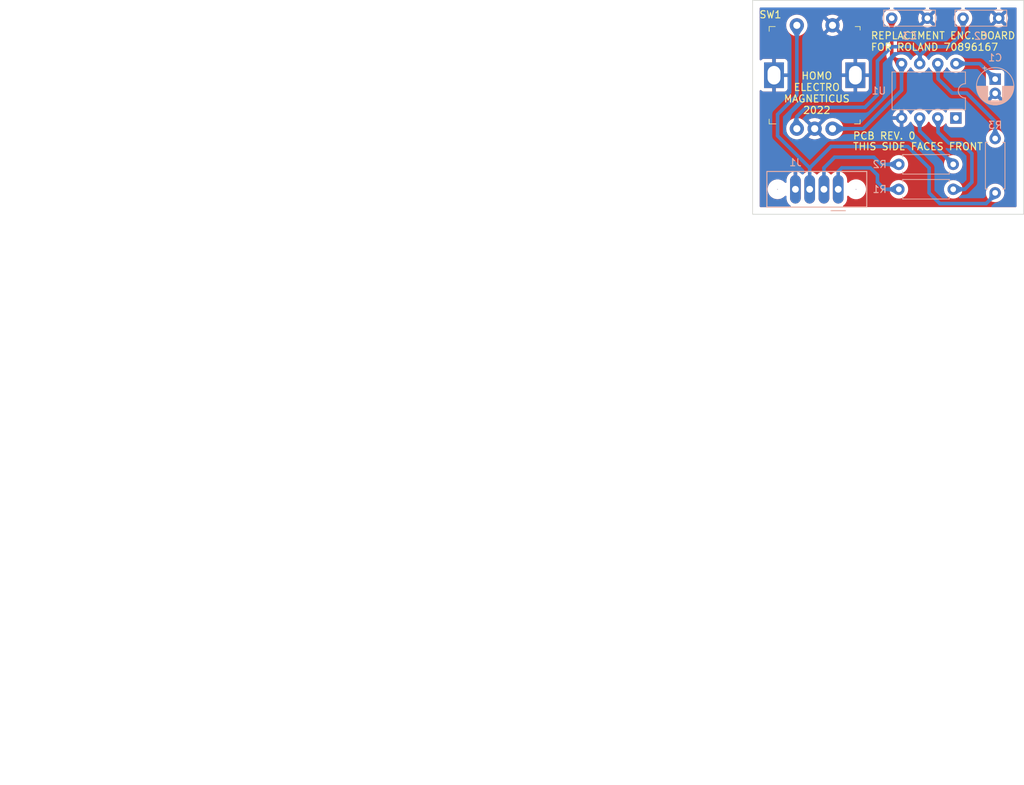
<source format=kicad_pcb>
(kicad_pcb (version 20211014) (generator pcbnew)
  (title_block (title "REPLACEMENT ENC. BOARD FOR ROLAND 70896167") (date "2022-04-09") (rev "0") (company "Homo Electromagneticus"))
  (layers (0 "F.Cu" signal) (31 "B.Cu" signal) (36 "B.SilkS" user "B.Silkscreen") (37 "F.SilkS" user "F.Silkscreen") (38 "B.Mask" user) (39 "F.Mask" user) (44 "Edge.Cuts" user))
  (net 0 "")
  (net 1 "Net-(C1-Pad1)")
  (net 2 "GND")
  (net 3 "/ENC_A_OUT")
  (net 4 "/ENC_B_OUT")
  (net 5 "/SWITCH")
  (net 6 "/ENC_A_IN")
  (net 7 "/ENC_B_IN")
  (net 9 "Net-(J1-Pad1)")
  (net 10 "Net-(J1-Pad2)")
  (net 11 "/SWITCH_IN")
  (footprint "encoders:Rotary_Encoder_Switched_PEC11R" (layer "F.Cu") (at 125 94.5)
    (fp_text reference "SW1" (at -0.5 -8.5) (layer "F.SilkS"))
    (fp_text value "RotaryEncoder_Switch" hide)
    (fp_line (start 12.075 -6.825) (end 12.075 -6.325) (layer "F.SilkS") (width 0.1))
    (fp_line (start 0.275 6.825) (end -0.675 6.825) (layer "F.SilkS") (width 0.1))
    (fp_line (start 11.375 -6.825) (end 12.075 -6.825) (layer "F.SilkS") (width 0.1))
    (fp_line (start 0.175 -6.825) (end -0.675 -6.825) (layer "F.SilkS") (width 0.1))
    (fp_line (start -0.675 -6.825) (end -0.675 -6.15) (layer "F.SilkS") (width 0.1))
    (fp_line (start 12.075 6.825) (end 11.275 6.825) (layer "F.SilkS") (width 0.1))
    (fp_line (start 12.075 6.25) (end 12.075 6.825) (layer "F.SilkS") (width 0.1))
    (fp_line (start -0.675 6.825) (end -0.675 6.15) (layer "F.SilkS") (width 0.1))
    (pad "1" thru_hole circle locked (at 3.2 -7) (size 2 2) (drill 1) (layers *.Cu *.Mask) (net 5 "/SWITCH"))
    (pad "2" thru_hole circle locked (at 8.2 -7) (size 2 2) (drill 1) (layers *.Cu *.Mask) (net 2 "GND"))
    (pad "3" thru_hole rect locked (at 0 0) (size 2.8 3.6) (drill oval 1.8 2.6) (layers *.Cu *.Mask) (net 2 "GND"))
    (pad "3" thru_hole rect locked (at 11.4 0) (size 2.8 3.6) (drill oval 1.8 2.6) (layers *.Cu *.Mask) (net 2 "GND"))
    (pad "A" thru_hole circle locked (at 3.2 7.5) (size 2 2) (drill 1) (layers *.Cu *.Mask) (net 6 "/ENC_A_IN"))
    (pad "B" thru_hole circle locked (at 8.2 7.5) (size 2 2) (drill 1) (layers *.Cu *.Mask) (net 7 "/ENC_B_IN"))
    (pad "C" thru_hole circle locked (at 5.7 7.5) (size 2 2) (drill 1) (layers *.Cu *.Mask) (net 2 "GND"))
  )
  (footprint "Resistor_THT:R_Axial_DIN0207_L6.3mm_D2.5mm_P7.62mm_Horizontal" (layer "B.Cu") (at 142.5 110.5)
    (fp_text reference "R1" (at -2.69 0) (layer "B.SilkS") (effects (justify mirror)))
    (fp_text value "0R")
    (fp_line (start 0.54 -1.04) (end 0.54 -1.37) (layer "B.SilkS") (width 0.12))
    (fp_line (start 0.54 1.04) (end 0.54 1.37) (layer "B.SilkS") (width 0.12))
    (fp_line (start 0.54 1.37) (end 7.08 1.37) (layer "B.SilkS") (width 0.12))
    (fp_line (start 7.08 1.37) (end 7.08 1.04) (layer "B.SilkS") (width 0.12))
    (fp_line (start 0.54 -1.37) (end 7.08 -1.37) (layer "B.SilkS") (width 0.12))
    (fp_line (start 7.08 -1.37) (end 7.08 -1.04) (layer "B.SilkS") (width 0.12))
    (pad "1" thru_hole circle (at 0 0) (size 1.6 1.6) (drill 0.8) (layers *.Cu *.Mask) (net 9 "Net-(J1-Pad1)"))
    (pad "2" thru_hole oval (at 7.62 0) (size 1.6 1.6) (drill 0.8) (layers *.Cu *.Mask) (net 3 "/ENC_A_OUT"))
  )
  (footprint "Resistor_THT:R_Axial_DIN0207_L6.3mm_D2.5mm_P7.62mm_Horizontal" (layer "B.Cu") (at 142.5 107)
    (fp_text reference "R2" (at -2.69 0) (layer "B.SilkS") (effects (justify mirror)))
    (fp_text value "0R")
    (fp_line (start 7.08 -1.37) (end 7.08 -1.04) (layer "B.SilkS") (width 0.12))
    (fp_line (start 7.08 1.37) (end 7.08 1.04) (layer "B.SilkS") (width 0.12))
    (fp_line (start 0.54 -1.37) (end 7.08 -1.37) (layer "B.SilkS") (width 0.12))
    (fp_line (start 0.54 -1.04) (end 0.54 -1.37) (layer "B.SilkS") (width 0.12))
    (fp_line (start 0.54 1.04) (end 0.54 1.37) (layer "B.SilkS") (width 0.12))
    (fp_line (start 0.54 1.37) (end 7.08 1.37) (layer "B.SilkS") (width 0.12))
    (pad "1" thru_hole circle (at 0 0) (size 1.6 1.6) (drill 0.8) (layers *.Cu *.Mask) (net 10 "Net-(J1-Pad2)"))
    (pad "2" thru_hole oval (at 7.62 0) (size 1.6 1.6) (drill 0.8) (layers *.Cu *.Mask) (net 4 "/ENC_B_OUT"))
  )
  (footprint "Capacitor_THT:C_Rect_L7.0mm_W2.0mm_P5.00mm" (layer "B.Cu") (at 151.5 86.5)
    (fp_text reference "C2" (at 2.5 2.5 180) (layer "B.SilkS") (effects (justify mirror)))
    (fp_text value "4.7nF")
    (fp_line (start -1.12 1.12) (end 6.12 1.12) (layer "B.SilkS") (width 0.12))
    (fp_line (start 6.12 1.12) (end 6.12 -1.12) (layer "B.SilkS") (width 0.12))
    (fp_line (start -1.12 1.12) (end -1.12 -1.12) (layer "B.SilkS") (width 0.12))
    (fp_line (start -1.12 -1.12) (end 6.12 -1.12) (layer "B.SilkS") (width 0.12))
    (pad "1" thru_hole circle (at 0 0) (size 1.6 1.6) (drill 0.8) (layers *.Cu *.Mask) (net 6 "/ENC_A_IN"))
    (pad "2" thru_hole circle (at 5 0) (size 1.6 1.6) (drill 0.8) (layers *.Cu *.Mask) (net 2 "GND"))
  )
  (footprint "Resistor_THT:R_Axial_DIN0207_L6.3mm_D2.5mm_P7.62mm_Horizontal" (layer "B.Cu") (at 156 111 90)
    (fp_text reference "R3" (at 9.5 0 180) (layer "B.SilkS") (effects (justify mirror)))
    (fp_text value "0R")
    (fp_line (start 7.08 1.37) (end 7.08 1.04) (layer "B.SilkS") (width 0.12))
    (fp_line (start 0.54 1.37) (end 7.08 1.37) (layer "B.SilkS") (width 0.12))
    (fp_line (start 0.54 -1.37) (end 7.08 -1.37) (layer "B.SilkS") (width 0.12))
    (fp_line (start 7.08 -1.37) (end 7.08 -1.04) (layer "B.SilkS") (width 0.12))
    (fp_line (start 0.54 -1.04) (end 0.54 -1.37) (layer "B.SilkS") (width 0.12))
    (fp_line (start 0.54 1.04) (end 0.54 1.37) (layer "B.SilkS") (width 0.12))
    (pad "1" thru_hole circle (at 0 0 90) (size 1.6 1.6) (drill 0.8) (layers *.Cu *.Mask) (net 5 "/SWITCH"))
    (pad "2" thru_hole oval (at 7.62 0 90) (size 1.6 1.6) (drill 0.8) (layers *.Cu *.Mask) (net 11 "/SWITCH_IN"))
  )
  (footprint "Package_DIP:DIP-8_W7.62mm" (layer "B.Cu") (at 150.5 100.5 90)
    (fp_text reference "U1" (at 3.81 -10.8) (layer "B.SilkS") (effects (justify mirror)))
    (fp_text value "ATtiny13A-P")
    (fp_line (start 1.16 1.33) (end 1.16 -8.95) (layer "B.SilkS") (width 0.12))
    (fp_line (start 6.46 -8.95) (end 6.46 1.33) (layer "B.SilkS") (width 0.12))
    (fp_line (start 1.16 -8.95) (end 6.46 -8.95) (layer "B.SilkS") (width 0.12))
    (fp_line (start 6.46 1.33) (end 4.81 1.33) (layer "B.SilkS") (width 0.12))
    (fp_line (start 2.81 1.33) (end 1.16 1.33) (layer "B.SilkS") (width 0.12))
    (fp_arc (start 2.81 1.33) (mid 3.81 0.33) (end 4.81 1.33) (layer "B.SilkS") (width 0.12))
    (pad "1" thru_hole rect (at 0 0 90) (size 1.6 1.6) (drill 0.8) (layers *.Cu *.Mask))
    (pad "2" thru_hole oval (at 0 -2.54 90) (size 1.6 1.6) (drill 0.8) (layers *.Cu *.Mask) (net 3 "/ENC_A_OUT"))
    (pad "3" thru_hole oval (at 0 -5.08 90) (size 1.6 1.6) (drill 0.8) (layers *.Cu *.Mask) (net 4 "/ENC_B_OUT"))
    (pad "4" thru_hole oval (at 0 -7.62 90) (size 1.6 1.6) (drill 0.8) (layers *.Cu *.Mask) (net 2 "GND"))
    (pad "5" thru_hole oval (at 7.62 -7.62 90) (size 1.6 1.6) (drill 0.8) (layers *.Cu *.Mask) (net 7 "/ENC_B_IN"))
    (pad "6" thru_hole oval (at 7.62 -5.08 90) (size 1.6 1.6) (drill 0.8) (layers *.Cu *.Mask) (net 6 "/ENC_A_IN"))
    (pad "7" thru_hole oval (at 7.62 -2.54 90) (size 1.6 1.6) (drill 0.8) (layers *.Cu *.Mask) (net 11 "/SWITCH_IN"))
    (pad "8" thru_hole oval (at 7.62 0 90) (size 1.6 1.6) (drill 0.8) (layers *.Cu *.Mask) (net 1 "Net-(C1-Pad1)"))
  )
  (footprint "encoders:Molex_51048-0400" (layer "B.Cu") (at 134 110.5 180)
    (fp_text reference "J1" (at 6 3.75 unlocked) (layer "B.SilkS") (effects (justify mirror)))
    (fp_text value "Conn_01x04" hide)
    (fp_line (start 1 -3) (end -1 -3) (layer "B.SilkS") (width 0.15))
    (fp_rect (start -4 2.5) (end 10 -2.5) (layer "B.SilkS") (width 0.15) (fill none))
    (pad "" thru_hole circle (at 8.5 0 180) (size 0.1 0.1) (drill 1.75) (layers *.Mask))
    (pad "" thru_hole circle (at -2.5 0 180) (size 0.1 0.1) (drill 1.75) (layers *.Mask))
    (pad "1" thru_hole oval (at 0 0 180) (size 1.5 4) (drill 0.95) (layers *.Cu *.Mask) (net 9 "Net-(J1-Pad1)"))
    (pad "2" thru_hole oval (at 2 0 180) (size 1.5 4) (drill 0.95) (layers *.Cu *.Mask) (net 10 "Net-(J1-Pad2)"))
    (pad "3" thru_hole oval (at 4 0 180) (size 1.5 4) (drill 0.95) (layers *.Cu *.Mask) (net 5 "/SWITCH"))
    (pad "4" thru_hole oval (at 6 0 180) (size 1.5 4) (drill 0.95) (layers *.Cu *.Mask) (net 2 "GND"))
  )
  (footprint "Capacitor_THT:C_Rect_L7.0mm_W2.0mm_P5.00mm" (layer "B.Cu") (at 141.5 86.5)
    (fp_text reference "C3" (at 2.5 2.5 180) (layer "B.SilkS") (effects (justify mirror)))
    (fp_text value "4.7nF")
    (fp_line (start -1.12 1.12) (end 6.12 1.12) (layer "B.SilkS") (width 0.12))
    (fp_line (start -1.12 -1.12) (end 6.12 -1.12) (layer "B.SilkS") (width 0.12))
    (fp_line (start -1.12 1.12) (end -1.12 -1.12) (layer "B.SilkS") (width 0.12))
    (fp_line (start 6.12 1.12) (end 6.12 -1.12) (layer "B.SilkS") (width 0.12))
    (pad "1" thru_hole circle (at 0 0) (size 1.6 1.6) (drill 0.8) (layers *.Cu *.Mask) (net 7 "/ENC_B_IN"))
    (pad "2" thru_hole circle (at 5 0) (size 1.6 1.6) (drill 0.8) (layers *.Cu *.Mask) (net 2 "GND"))
  )
  (footprint "Capacitor_THT:CP_Radial_D5.0mm_P2.00mm" (layer "B.Cu") (at 156 95.044888 -90)
    (fp_text reference "C1" (at -3 0) (layer "B.SilkS") (effects (justify mirror)))
    (fp_text value "100uF")
    (fp_line (start 1.921 2.414) (end 1.921 1.04) (layer "B.SilkS") (width 0.12))
    (fp_line (start 2.921 -1.04) (end 2.921 -1.743) (layer "B.SilkS") (width 0.12))
    (fp_line (start 1.841 2.442) (end 1.841 1.04) (layer "B.SilkS") (width 0.12))
    (fp_line (start 2.881 -1.04) (end 2.881 -1.785) (layer "B.SilkS") (width 0.12))
    (fp_line (start 2.121 2.329) (end 2.121 1.04) (layer "B.SilkS") (width 0.12))
    (fp_line (start 2.601 2.035) (end 2.601 1.04) (layer "B.SilkS") (width 0.12))
    (fp_line (start 1.761 -1.04) (end 1.761 -2.468) (layer "B.SilkS") (width 0.12))
    (fp_line (start 3.001 -1.04) (end 3.001 -1.653) (layer "B.SilkS") (width 0.12))
    (fp_line (start 1.841 -1.04) (end 1.841 -2.442) (layer "B.SilkS") (width 0.12))
    (fp_line (start 1.44 2.543) (end 1.44 1.04) (layer "B.SilkS") (width 0.12))
    (fp_line (start 3.321 1.178) (end 3.321 -1.178) (layer "B.SilkS") (width 0.12))
    (fp_line (start 3.481 0.805) (end 3.481 -0.805) (layer "B.SilkS") (width 0.12))
    (fp_line (start 1.36 2.556) (end 1.36 1.04) (layer "B.SilkS") (width 0.12))
    (fp_line (start 1.4 2.55) (end 1.4 1.04) (layer "B.SilkS") (width 0.12))
    (fp_line (start 2.481 -1.04) (end 2.481 -2.122) (layer "B.SilkS") (width 0.12))
    (fp_line (start 3.121 1.5) (end 3.121 -1.5) (layer "B.SilkS") (width 0.12))
    (fp_line (start 3.281 1.251) (end 3.281 -1.251) (layer "B.SilkS") (width 0.12))
    (fp_line (start 2.001 2.382) (end 2.001 1.04) (layer "B.SilkS") (width 0.12))
    (fp_line (start 2.561 2.065) (end 2.561 1.04) (layer "B.SilkS") (width 0.12))
    (fp_line (start 1.52 -1.04) (end 1.52 -2.528) (layer "B.SilkS") (width 0.12))
    (fp_line (start 2.961 -1.04) (end 2.961 -1.699) (layer "B.SilkS") (width 0.12))
    (fp_line (start 2.041 -1.04) (end 2.041 -2.365) (layer "B.SilkS") (width 0.12))
    (fp_line (start 2.161 2.31) (end 2.161 1.04) (layer "B.SilkS") (width 0.12))
    (fp_line (start 2.801 1.864) (end 2.801 1.04) (layer "B.SilkS") (width 0.12))
    (fp_line (start 1.64 2.501) (end 1.64 1.04) (layer "B.SilkS") (width 0.12))
    (fp_line (start 2.241 -1.04) (end 2.241 -2.268) (layer "B.SilkS") (width 0.12))
    (fp_line (start 1.36 -1.04) (end 1.36 -2.556) (layer "B.SilkS") (width 0.12))
    (fp_line (start 2.041 2.365) (end 2.041 1.04) (layer "B.SilkS") (width 0.12))
    (fp_line (start 2.001 -1.04) (end 2.001 -2.382) (layer "B.SilkS") (width 0.12))
    (fp_line (start -1.804775 1.475) (end -1.304775 1.475) (layer "B.SilkS") (width 0.12))
    (fp_line (start 1.2 -1.04) (end 1.2 -2.573) (layer "B.SilkS") (width 0.12))
    (fp_line (start 1.16 2.576) (end 1.16 1.04) (layer "B.SilkS") (width 0.12))
    (fp_line (start 2.961 1.699) (end 2.961 1.04) (layer "B.SilkS") (width 0.12))
    (fp_line (start 1.961 2.398) (end 1.961 1.04) (layer "B.SilkS") (width 0.12))
    (fp_line (start 1.04 -1.04) (end 1.04 -2.58) (layer "B.SilkS") (width 0.12))
    (fp_line (start 2.841 1.826) (end 2.841 1.04) (layer "B.SilkS") (width 0.12))
    (fp_line (start 2.121 -1.04) (end 2.121 -2.329) (layer "B.SilkS") (width 0.12))
    (fp_line (start 2.521 -1.04) (end 2.521 -2.095) (layer "B.SilkS") (width 0.12))
    (fp_line (start 2.201 -1.04) (end 2.201 -2.29) (layer "B.SilkS") (width 0.12))
    (fp_line (start 1.64 -1.04) (end 1.64 -2.501) (layer "B.SilkS") (width 0.12))
    (fp_line (start 1.881 2.428) (end 1.881 1.04) (layer "B.SilkS") (width 0.12))
    (fp_line (start 1.12 -1.04) (end 1.12 -2.578) (layer "B.SilkS") (width 0.12))
    (fp_line (start 1.68 -1.04) (end 1.68 -2.491) (layer "B.SilkS") (width 0.12))
    (fp_line (start 3.041 1.605) (end 3.041 -1.605) (layer "B.SilkS") (width 0.12))
    (fp_line (start 1.08 -1.04) (end 1.08 -2.579) (layer "B.SilkS") (width 0.12))
    (fp_line (start 2.081 -1.04) (end 2.081 -2.348) (layer "B.SilkS") (width 0.12))
    (fp_line (start 1.12 2.578) (end 1.12 1.04) (layer "B.SilkS") (width 0.12))
    (fp_line (start 1.801 -1.04) (end 1.801 -2.455) (layer "B.SilkS") (width 0.12))
    (fp_line (start 2.321 -1.04) (end 2.321 -2.224) (layer "B.SilkS") (width 0.12))
    (fp_line (start 2.761 -1.04) (end 2.761 -1.901) (layer "B.SilkS") (width 0.12))
    (fp_line (start 1.801 2.455) (end 1.801 1.04) (layer "B.SilkS") (width 0.12))
    (fp_line (start 1.881 -1.04) (end 1.881 -2.428) (layer "B.SilkS") (width 0.12))
    (fp_line (start 1.4 -1.04) (end 1.4 -2.55) (layer "B.SilkS") (width 0.12))
    (fp_line (start 3.401 1.011) (end 3.401 -1.011) (layer "B.SilkS") (width 0.12))
    (fp_line (start 2.681 -1.04) (end 2.681 -1.971) (layer "B.SilkS") (width 0.12))
    (fp_line (start 2.841 -1.04) (end 2.841 -1.826) (layer "B.SilkS") (width 0.12))
    (fp_line (start 2.161 -1.04) (end 2.161 -2.31) (layer "B.SilkS") (width 0.12))
    (fp_line (start 2.681 1.971) (end 2.681 1.04) (layer "B.SilkS") (width 0.12))
    (fp_line (start 2.241 2.268) (end 2.241 1.04) (layer "B.SilkS") (width 0.12))
    (fp_line (start 1.24 -1.04) (end 1.24 -2.569) (layer "B.SilkS") (width 0.12))
    (fp_line (start 2.401 -1.04) (end 2.401 -2.175) (layer "B.SilkS") (width 0.12))
    (fp_line (start 1.68 2.491) (end 1.68 1.04) (layer "B.SilkS") (width 0.12))
    (fp_line (start 1.48 -1.04) (end 1.48 -2.536) (layer "B.SilkS") (width 0.12))
    (fp_line (start 1.761 2.468) (end 1.761 1.04) (layer "B.SilkS") (width 0.12))
    (fp_line (start 1.6 -1.04) (end 1.6 -2.511) (layer "B.SilkS") (width 0.12))
    (fp_line (start 1.24 2.569) (end 1.24 1.04) (layer "B.SilkS") (width 0.12))
    (fp_line (start 3.561 0.518) (end 3.561 -0.518) (layer "B.SilkS") (width 0.12))
    (fp_line (start 1.6 2.511) (end 1.6 1.04) (layer "B.SilkS") (width 0.12))
    (fp_line (start 1.48 2.536) (end 1.48 1.04) (layer "B.SilkS") (width 0.12))
    (fp_line (start 2.561 -1.04) (end 2.561 -2.065) (layer "B.SilkS") (width 0.12))
    (fp_line (start 2.201 2.29) (end 2.201 1.04) (layer "B.SilkS") (width 0.12))
    (fp_line (start 1.921 -1.04) (end 1.921 -2.414) (layer "B.SilkS") (width 0.12))
    (fp_line (start 2.441 2.149) (end 2.441 1.04) (layer "B.SilkS") (width 0.12))
    (fp_line (start 3.001 1.653) (end 3.001 1.04) (layer "B.SilkS") (width 0.12))
    (fp_line (start 2.401 2.175) (end 2.401 1.04) (layer "B.SilkS") (width 0.12))
    (fp_line (start 1.56 -1.04) (end 1.56 -2.52) (layer "B.SilkS") (width 0.12))
    (fp_line (start 1.32 -1.04) (end 1.32 -2.561) (layer "B.SilkS") (width 0.12))
    (fp_line (start 2.881 1.785) (end 2.881 1.04) (layer "B.SilkS") (width 0.12))
    (fp_line (start 2.921 1.743) (end 2.921 1.04) (layer "B.SilkS") (width 0.12))
    (fp_line (start 2.521 2.095) (end 2.521 1.04) (layer "B.SilkS") (width 0.12))
    (fp_line (start 3.161 1.443) (end 3.161 -1.443) (layer "B.SilkS") (width 0.12))
    (fp_line (start 1.44 -1.04) (end 1.44 -2.543) (layer "B.SilkS") (width 0.12))
    (fp_line (start 2.481 2.122) (end 2.481 1.04) (layer "B.SilkS") (width 0.12))
    (fp_line (start 1 -1.04) (end 1 -2.58) (layer "B.SilkS") (width 0.12))
    (fp_line (start 3.241 1.319) (end 3.241 -1.319) (layer "B.SilkS") (width 0.12))
    (fp_line (start 2.761 1.901) (end 2.761 1.04) (layer "B.SilkS") (width 0.12))
    (fp_line (start 2.801 -1.04) (end 2.801 -1.864) (layer "B.SilkS") (width 0.12))
    (fp_line (start 1.04 2.58) (end 1.04 1.04) (layer "B.SilkS") (width 0.12))
    (fp_line (start 2.721 1.937) (end 2.721 1.04) (layer "B.SilkS") (width 0.12))
    (fp_line (start 3.361 1.098) (end 3.361 -1.098) (layer "B.SilkS") (width 0.12))
    (fp_line (start 3.081 1.554) (end 3.081 -1.554) (layer "B.SilkS") (width 0.12))
    (fp_line (start 2.721 -1.04) (end 2.721 -1.937) (layer "B.SilkS") (width 0.12))
    (fp_line (start 1.28 -1.04) (end 1.28 -2.565) (layer "B.SilkS") (width 0.12))
    (fp_line (start 2.441 -1.04) (end 2.441 -2.149) (layer "B.SilkS") (width 0.12))
    (fp_line (start 2.321 2.224) (end 2.321 1.04) (layer "B.SilkS") (width 0.12))
    (fp_line (start 1.2 2.573) (end 1.2 1.04) (layer "B.SilkS") (width 0.12))
    (fp_line (start 2.081 2.348) (end 2.081 1.04) (layer "B.SilkS") (width 0.12))
    (fp_line (start 2.641 2.004) (end 2.641 1.04) (layer "B.SilkS") (width 0.12))
    (fp_line (start 3.201 1.383) (end 3.201 -1.383) (layer "B.SilkS") (width 0.12))
    (fp_line (start 3.441 0.915) (end 3.441 -0.915) (layer "B.SilkS") (width 0.12))
    (fp_line (start 1.16 -1.04) (end 1.16 -2.576) (layer "B.SilkS") (width 0.12))
    (fp_line (start 1.32 2.561) (end 1.32 1.04) (layer "B.SilkS") (width 0.12))
    (fp_line (start 2.361 2.2) (end 2.361 1.04) (layer "B.SilkS") (width 0.12))
    (fp_line (start 1.56 2.52) (end 1.56 1.04) (layer "B.SilkS") (width 0.12))
    (fp_line (start 1.28 2.565) (end 1.28 1.04) (layer "B.SilkS") (width 0.12))
    (fp_line (start 2.361 -1.04) (end 2.361 -2.2) (layer "B.SilkS") (width 0.12))
    (fp_line (start 2.281 2.247) (end 2.281 1.04) (layer "B.SilkS") (width 0.12))
    (fp_line (start 1.961 -1.04) (end 1.961 -2.398) (layer "B.SilkS") (width 0.12))
    (fp_line (start 1.52 2.528) (end 1.52 1.04) (layer "B.SilkS") (width 0.12))
    (fp_line (start 1.08 2.579) (end 1.08 1.04) (layer "B.SilkS") (width 0.12))
    (fp_line (start 1 2.58) (end 1 1.04) (layer "B.SilkS") (width 0.12))
    (fp_line (start 2.641 -1.04) (end 2.641 -2.004) (layer "B.SilkS") (width 0.12))
    (fp_line (start 2.601 -1.04) (end 2.601 -2.035) (layer "B.SilkS") (width 0.12))
    (fp_line (start 3.601 0.284) (end 3.601 -0.284) (layer "B.SilkS") (width 0.12))
    (fp_line (start 1.721 2.48) (end 1.721 1.04) (layer "B.SilkS") (width 0.12))
    (fp_line (start 1.721 -1.04) (end 1.721 -2.48) (layer "B.SilkS") (width 0.12))
    (fp_line (start 3.521 0.677) (end 3.521 -0.677) (layer "B.SilkS") (width 0.12))
    (fp_line (start -1.554775 1.725) (end -1.554775 1.225) (layer "B.SilkS") (width 0.12))
    (fp_line (start 2.281 -1.04) (end 2.281 -2.247) (layer "B.SilkS") (width 0.12))
    (fp_circle (center 1 0) (end 3.62 0) (layer "B.SilkS") (width 0.12) (fill none))
    (pad "1" thru_hole rect (at 0 0 270) (size 1.6 1.6) (drill 0.8) (layers *.Cu *.Mask) (net 1 "Net-(C1-Pad1)"))
    (pad "2" thru_hole circle (at 2 0 270) (size 1.6 1.6) (drill 0.8) (layers *.Cu *.Mask) (net 2 "GND"))
  )
  (gr_rect (start 122 84) (end 160 114) (layer "Edge.Cuts") (width 0.1) (fill none))
  (gr_text "PCB REV. 0" (at 136 103) (layer "F.SilkS") (effects (font (size 1 1)) (justify left)))
  (gr_text "HOMO\nELECTRO\nMAGNETICUS\n2022" (at 131 97) (layer "F.SilkS") (effects (font (size 1 1))))
  (gr_text "REPLACEMENT ENC. BOARD\nFOR ROLAND 70896167" (at 138.5 89.75) (layer "F.SilkS") (effects (font (size 1 1)) (justify left)))
  (gr_text "THIS SIDE FACES FRONT" (at 136 104.5) (layer "F.SilkS") (effects (font (size 1 1)) (justify left)))
  (segment (start 153.835112 92.88) (end 156 95.044888) (width 0.5) (layer "B.Cu") (net 1))
  (segment (start 150.5 92.88) (end 153.835112 92.88) (width 0.5) (layer "B.Cu") (net 1))
  (segment (start 149.5 104) (end 147.99746 102.49746) (width 0.5) (layer "B.Cu") (net 3))
  (segment (start 151.73746 110.5) (end 152.73746 109.5) (width 0.5) (layer "B.Cu") (net 3))
  (segment (start 150.54746 110.5) (end 151.73746 110.5) (width 0.5) (layer "B.Cu") (net 3))
  (segment (start 152.73746 105.5) (end 151.23746 104) (width 0.5) (layer "B.Cu") (net 3))
  (segment (start 152.73746 109.5) (end 152.73746 105.5) (width 0.5) (layer "B.Cu") (net 3))
  (segment (start 151.23746 104) (end 149.5 104) (width 0.5) (layer "B.Cu") (net 3))
  (segment (start 147.99746 102.49746) (end 147.99746 100.8) (width 0.5) (layer "B.Cu") (net 3))
  (segment (start 145.42 102.3) (end 145.42 100.5) (width 0.5) (layer "B.Cu") (net 4))
  (segment (start 150.12 107) (end 145.42 102.3) (width 0.5) (layer "B.Cu") (net 4))
  (segment (start 143.73746 104.5) (end 146.73746 107.5) (width 0.5) (layer "B.Cu") (net 5))
  (segment (start 125.5 100) (end 128.2 97.3) (width 0.5) (layer "B.Cu") (net 5))
  (segment (start 154.73746 112.5) (end 156.23746 111) (width 0.5) (layer "B.Cu") (net 5))
  (segment (start 130 107.5) (end 129 106.5) (width 0.5) (layer "B.Cu") (net 5))
  (segment (start 129 106.5) (end 125.5 103) (width 0.5) (layer "B.Cu") (net 5))
  (segment (start 130 110.5) (end 130 107.5) (width 0.5) (layer "B.Cu") (net 5))
  (segment (start 128.2 97.3) (end 128.2 87.5) (width 0.5) (layer "B.Cu") (net 5))
  (segment (start 146.73746 107.5) (end 146.73746 111) (width 0.5) (layer "B.Cu") (net 5))
  (segment (start 146.73746 111) (end 148.23746 112.5) (width 0.5) (layer "B.Cu") (net 5))
  (segment (start 148.23746 112.5) (end 154.73746 112.5) (width 0.5) (layer "B.Cu") (net 5))
  (segment (start 125.5 103) (end 125.5 100) (width 0.5) (layer "B.Cu") (net 5))
  (segment (start 133 104.5) (end 143.5 104.5) (width 0.5) (layer "B.Cu") (net 5))
  (segment (start 130 107.5) (end 133 104.5) (width 0.5) (layer "B.Cu") (net 5))
  (segment (start 145.45746 92.84254) (end 145.42 92.88) (width 0.5) (layer "B.Cu") (net 6))
  (segment (start 151.5 88.5) (end 149.5 90.5) (width 0.5) (layer "B.Cu") (net 6))
  (segment (start 149.5 90.5) (end 146.67746 90.5) (width 0.5) (layer "B.Cu") (net 6))
  (segment (start 139.5 97.25) (end 139.5 92.5) (width 0.5) (layer "B.Cu") (net 6))
  (segment (start 144.23746 90.5) (end 145.45746 91.72) (width 0.5) (layer "B.Cu") (net 6))
  (segment (start 137.75 99) (end 139.5 97.25) (width 0.5) (layer "B.Cu") (net 6))
  (segment (start 128.2 100.3) (end 129.5 99) (width 0.5) (layer "B.Cu") (net 6))
  (segment (start 141.5 90.5) (end 144.23746 90.5) (width 0.5) (layer "B.Cu") (net 6))
  (segment (start 128.2 102) (end 128.2 100.3) (width 0.5) (layer "B.Cu") (net 6))
  (segment (start 129.5 99) (end 137.75 99) (width 0.5) (layer "B.Cu") (net 6))
  (segment (start 151.5 86.5) (end 151.5 88.5) (width 0.5) (layer "B.Cu") (net 6))
  (segment (start 146.67746 90.5) (end 145.45746 91.72) (width 0.5) (layer "B.Cu") (net 6))
  (segment (start 139.5 92.5) (end 141.5 90.5) (width 0.5) (layer "B.Cu") (net 6))
  (segment (start 145.45746 91.72) (end 145.45746 92.84254) (width 0.5) (layer "B.Cu") (net 6))
  (segment (start 141.5 86.5) (end 141.5 89.5) (width 0.5) (layer "F.Cu") (net 7))
  (segment (start 141.5 89.5) (end 141.5 91.76254) (width 0.5) (layer "F.Cu") (net 7))
  (segment (start 141.5 91.76254) (end 142.91746 93.18) (width 0.5) (layer "F.Cu") (net 7))
  (segment (start 142.88 96.62) (end 142.88 92.88) (width 0.5) (layer "B.Cu") (net 7))
  (segment (start 137.5 102) (end 142.88 96.62) (width 0.5) (layer "B.Cu") (net 7))
  (segment (start 133.2 102) (end 137.5 102) (width 0.5) (layer "B.Cu") (net 7))
  (segment (start 134 110.5) (end 134 108) (width 0.5) (layer "B.Cu") (net 9))
  (segment (start 142.5 110.5) (end 140.5 110.5) (width 0.5) (layer "B.Cu") (net 9))
  (segment (start 140.5 110.5) (end 139.5 109.5) (width 0.5) (layer "B.Cu") (net 9))
  (segment (start 139.5 109.5) (end 139.5 108.5) (width 0.5) (layer "B.Cu") (net 9))
  (segment (start 139.5 108.5) (end 138.5 107.5) (width 0.5) (layer "B.Cu") (net 9))
  (segment (start 134 108) (end 134.5 107.5) (width 0.5) (layer "B.Cu") (net 9))
  (segment (start 134.5 107.5) (end 138.5 107.5) (width 0.5) (layer "B.Cu") (net 9))
  (segment (start 139 106) (end 140 107) (width 0.5) (layer "B.Cu") (net 10))
  (segment (start 140 107) (end 142.5 107) (width 0.5) (layer "B.Cu") (net 10))
  (segment (start 133.5 106) (end 139 106) (width 0.5) (layer "B.Cu") (net 10))
  (segment (start 132 110.5) (end 132 107.5) (width 0.5) (layer "B.Cu") (net 10))
  (segment (start 132 107.5) (end 133.5 106) (width 0.5) (layer "B.Cu") (net 10))
  (segment (start 156 103.38) (end 156 101) (width 0.5) (layer "B.Cu") (net 11))
  (segment (start 149.98746 97) (end 147.99746 95.01) (width 0.5) (layer "B.Cu") (net 11))
  (segment (start 156 101) (end 152 97) (width 0.5) (layer "B.Cu") (net 11))
  (segment (start 152 97) (end 149.98746 97) (width 0.5) (layer "B.Cu") (net 11))
  (segment (start 147.99746 95.01) (end 147.99746 93.18) (width 0.5) (layer "B.Cu") (net 11))
  (zone (net 7) (net_name "/ENC_B_IN") (layer "F.Cu") (priority 16962) (connect_pads yes (clearance 0)) (min_thickness 0.0254) (fill yes (thermal_gap 0.508) (thermal_bridge_width 0.508))
    (polygon (pts (xy 141.75 88.09) (xy 141.756485 87.907759) (xy 141.775148 87.755065) (xy 141.804799 87.62568) (xy 141.844246 87.513367) (xy 141.8923 87.411889) (xy 141.94777 87.315009) (xy 142.009465 87.216488) (xy 142.076195 87.11009) (xy 142.14677 86.989576) (xy 142.22 86.848711) (xy 141.5 86.1) (xy 140.78 86.848711) (xy 140.853229 86.989576) (xy 140.923804 87.11009) (xy 140.990534 87.216488) (xy 141.052229 87.315009) (xy 141.107699 87.411889) (xy 141.155753 87.513367) (xy 141.1952 87.62568) (xy 141.224851 87.755065) (xy 141.243514 87.907759) (xy 141.25 88.09)))
  )
  (zone (net 7) (net_name "/ENC_B_IN") (layer "F.Cu") (priority 16962) (connect_pads yes (clearance 0)) (min_thickness 0.0254) (fill yes (thermal_gap 0.508) (thermal_bridge_width 0.508))
    (polygon (pts (xy 141.616384 92.232478) (xy 141.736628 92.364225) (xy 141.825961 92.485205) (xy 141.891213 92.597954) (xy 141.939217 92.705011) (xy 141.976803 92.808914) (xy 142.010804 92.912201) (xy 142.048051 93.01741) (xy 142.095376 93.127079) (xy 142.15961 93.243746) (xy 142.247585 93.369949) (xy 143.238309 93.057804) (xy 142.887682 92.080037) (xy 142.77341 92.082437) (xy 142.669982 92.089529) (xy 142.575206 92.097676) (xy 142.48689 92.103245) (xy 142.402844 92.102599) (xy 142.320874 92.092103) (xy 142.23879 92.068123) (xy 142.154401 92.027023) (xy 142.065514 91.965168) (xy 141.969938 91.878924)))
  )
  (zone (net 2) (net_name "GND") (layer "F.Cu") (name "GND-TOP") (connect_pads (clearance 0.5)) (min_thickness 0.25) (fill yes (thermal_gap 0.5) (thermal_bridge_width 0.5))
    (polygon (pts (xy 159 113) (xy 123 113) (xy 123 85) (xy 159 85)))
  )
  (zone (net 11) (net_name "/SWITCH_IN") (layer "B.Cu") (priority 16962) (connect_pads yes (clearance 0)) (min_thickness 0.0254) (fill yes (thermal_gap 0.508) (thermal_bridge_width 0.508))
    (polygon (pts (xy 155.75 101.79) (xy 155.743514 101.97224) (xy 155.724851 102.124934) (xy 155.6952 102.254319) (xy 155.655753 102.366632) (xy 155.607699 102.46811) (xy 155.552229 102.56499) (xy 155.490534 102.663511) (xy 155.423804 102.769909) (xy 155.353229 102.890423) (xy 155.28 103.031289) (xy 156 103.78) (xy 156.72 103.031289) (xy 156.64677 102.890423) (xy 156.576195 102.769909) (xy 156.509465 102.663511) (xy 156.44777 102.56499) (xy 156.3923 102.46811) (xy 156.344246 102.366632) (xy 156.304799 102.254319) (xy 156.275148 102.124934) (xy 156.256485 101.97224) (xy 156.25 101.79)))
  )
  (zone (net 7) (net_name "/ENC_B_IN") (layer "B.Cu") (priority 16962) (connect_pads yes (clearance 0)) (min_thickness 0.0254) (fill yes (thermal_gap 0.508) (thermal_bridge_width 0.508))
    (polygon (pts (xy 135.19 101.75) (xy 134.959548 101.740391) (xy 134.768006 101.712946) (xy 134.607034 101.669737) (xy 134.468297 101.612838) (xy 134.343456 101.544321) (xy 134.224174 101.466257) (xy 134.102113 101.380721) (xy 133.968937 101.289784) (xy 133.816308 101.19552) (xy 133.635889 101.1) (xy 132.7 102) (xy 133.635889 102.9) (xy 133.816308 102.804479) (xy 133.968937 102.710215) (xy 134.102113 102.619278) (xy 134.224174 102.533742) (xy 134.343456 102.455678) (xy 134.468297 102.387161) (xy 134.607034 102.330262) (xy 134.768006 102.287053) (xy 134.959548 102.259608) (xy 135.19 102.25)))
  )
  (zone (net 3) (net_name "/ENC_A_OUT") (layer "B.Cu") (priority 16962) (connect_pads yes (clearance 0)) (min_thickness 0.0254) (fill yes (thermal_gap 0.508) (thermal_bridge_width 0.508))
    (polygon (pts (xy 151.72746 110.25) (xy 151.542914 110.243596) (xy 151.388174 110.225143) (xy 151.256953 110.195775) (xy 151.142961 110.156629) (xy 151.039912 110.108841) (xy 150.941516 110.053544) (xy 150.841486 109.991877) (xy 150.733534 109.924973) (xy 150.611372 109.853968) (xy 150.468711 109.78) (xy 149.72 110.5) (xy 150.468711 111.22) (xy 150.611372 111.146031) (xy 150.733534 111.075026) (xy 150.841486 111.008122) (xy 150.941516 110.946455) (xy 151.039912 110.891158) (xy 151.142961 110.84337) (xy 151.256953 110.804224) (xy 151.388174 110.774856) (xy 151.542914 110.756403) (xy 151.72746 110.75)))
  )
  (zone (net 5) (net_name "/SWITCH") (layer "B.Cu") (priority 16962) (connect_pads yes (clearance 0)) (min_thickness 0.0254) (fill yes (thermal_gap 0.508) (thermal_bridge_width 0.508))
    (polygon (pts (xy 128.45 89.49) (xy 128.459608 89.259548) (xy 128.487053 89.068006) (xy 128.530262 88.907034) (xy 128.587161 88.768297) (xy 128.655678 88.643456) (xy 128.733742 88.524174) (xy 128.819278 88.402113) (xy 128.910215 88.268937) (xy 129.004479 88.116308) (xy 129.1 87.935889) (xy 128.2 87) (xy 127.3 87.935889) (xy 127.39552 88.116308) (xy 127.489784 88.268937) (xy 127.580721 88.402113) (xy 127.666257 88.524174) (xy 127.744321 88.643456) (xy 127.812838 88.768297) (xy 127.869737 88.907034) (xy 127.912946 89.068006) (xy 127.940391 89.259548) (xy 127.95 89.49)))
  )
  (zone (net 1) (net_name "Net-(C1-Pad1)") (layer "B.Cu") (priority 16962) (connect_pads yes (clearance 0)) (min_thickness 0.0254) (fill yes (thermal_gap 0.508) (thermal_bridge_width 0.508))
    (polygon (pts (xy 152.09 92.63) (xy 151.907759 92.623514) (xy 151.755065 92.604851) (xy 151.62568 92.5752) (xy 151.513367 92.535753) (xy 151.411889 92.487699) (xy 151.315009 92.432229) (xy 151.216488 92.370534) (xy 151.11009 92.303804) (xy 150.989576 92.233229) (xy 150.848711 92.16) (xy 150.1 92.88) (xy 150.848711 93.6) (xy 150.989576 93.52677) (xy 151.11009 93.456195) (xy 151.216488 93.389465) (xy 151.315009 93.32777) (xy 151.411889 93.2723) (xy 151.513367 93.224246) (xy 151.62568 93.184799) (xy 151.755065 93.155148) (xy 151.907759 93.136485) (xy 152.09 93.13)))
  )
  (zone (net 9) (net_name "Net-(J1-Pad1)") (layer "B.Cu") (priority 16962) (connect_pads yes (clearance 0)) (min_thickness 0.0254) (fill yes (thermal_gap 0.508) (thermal_bridge_width 0.508))
    (polygon (pts (xy 133.75 109.01) (xy 133.744293 109.180231) (xy 133.727822 109.323243) (xy 133.701556 109.444751) (xy 133.666466 109.550466) (xy 133.623524 109.646104) (xy 133.5737 109.737376) (xy 133.517964 109.829996) (xy 133.457289 109.929679) (xy 133.392643 110.042136) (xy 133.325 110.173083) (xy 134 110.875) (xy 134.675 110.173083) (xy 134.607356 110.042136) (xy 134.54271 109.929679) (xy 134.482035 109.829996) (xy 134.426299 109.737376) (xy 134.376475 109.646104) (xy 134.333533 109.550466) (xy 134.298443 109.444751) (xy 134.272177 109.323243) (xy 134.255706 109.180231) (xy 134.25 109.01)))
  )
  (zone (net 5) (net_name "/SWITCH") (layer "B.Cu") (priority 16962) (connect_pads yes (clearance 0)) (min_thickness 0.0254) (fill yes (thermal_gap 0.508) (thermal_bridge_width 0.508))
    (polygon (pts (xy 129.75 109.01) (xy 129.744293 109.180231) (xy 129.727822 109.323243) (xy 129.701556 109.444751) (xy 129.666466 109.550466) (xy 129.623524 109.646104) (xy 129.5737 109.737376) (xy 129.517964 109.829996) (xy 129.457289 109.929679) (xy 129.392643 110.042136) (xy 129.325 110.173083) (xy 130 110.875) (xy 130.675 110.173083) (xy 130.607356 110.042136) (xy 130.54271 109.929679) (xy 130.482035 109.829996) (xy 130.426299 109.737376) (xy 130.376475 109.646104) (xy 130.333533 109.550466) (xy 130.298443 109.444751) (xy 130.272177 109.323243) (xy 130.255706 109.180231) (xy 130.25 109.01)))
  )
  (zone (net 6) (net_name "/ENC_A_IN") (layer "B.Cu") (priority 16962) (connect_pads yes (clearance 0)) (min_thickness 0.0254) (fill yes (thermal_gap 0.508) (thermal_bridge_width 0.508))
    (polygon (pts (xy 128.235355 99.911092) (xy 128.092776 100.071572) (xy 127.991316 100.221622) (xy 127.921248 100.363295) (xy 127.87285 100.498644) (xy 127.836394 100.629723) (xy 127.802157 100.758582) (xy 127.760413 100.887276) (xy 127.701438 101.017858) (xy 127.615506 101.152379) (xy 127.492894 101.292894) (xy 128.2 102.5) (xy 129.1 101.564111) (xy 129.008268 101.408722) (xy 128.898171 101.267241) (xy 128.779982 101.136573) (xy 128.663972 101.013622) (xy 128.560413 100.895293) (xy 128.479578 100.778491) (xy 128.431738 100.66012) (xy 128.427164 100.537086) (xy 128.47613 100.406292) (xy 128.588908 100.264645)))
  )
  (zone (net 4) (net_name "/ENC_B_OUT") (layer "B.Cu") (priority 16962) (connect_pads yes (clearance 0)) (min_thickness 0.0254) (fill yes (thermal_gap 0.508) (thermal_bridge_width 0.508))
    (polygon (pts (xy 148.818924 106.052478) (xy 148.943201 106.185927) (xy 149.037975 106.307095) (xy 149.108498 106.419549) (xy 149.160021 106.52686) (xy 149.197798 106.632594) (xy 149.22708 106.740322) (xy 149.25312 106.853612) (xy 149.281169 106.976032) (xy 149.316481 107.111152) (xy 149.364307 107.26254) (xy 150.402842 107.282842) (xy 150.38254 106.244307) (xy 150.231152 106.196481) (xy 150.096032 106.161169) (xy 149.973612 106.13312) (xy 149.860322 106.10708) (xy 149.752594 106.077798) (xy 149.64686 106.040021) (xy 149.539549 105.988498) (xy 149.427095 105.917975) (xy 149.305927 105.823201) (xy 149.172478 105.698924)))
  )
  (zone (net 1) (net_name "Net-(C1-Pad1)") (layer "B.Cu") (priority 16962) (connect_pads yes (clearance 0)) (min_thickness 0.0254) (fill yes (thermal_gap 0.508) (thermal_bridge_width 0.508))
    (polygon (pts (xy 154.698924 94.097366) (xy 154.823201 94.230815) (xy 154.917975 94.351983) (xy 154.988498 94.464437) (xy 155.040021 94.571748) (xy 155.077798 94.677482) (xy 155.10708 94.78521) (xy 155.13312 94.8985) (xy 155.161169 95.02092) (xy 155.196481 95.15604) (xy 155.244307 95.307428) (xy 156.282842 95.32773) (xy 156.26254 94.289195) (xy 156.111152 94.241369) (xy 155.976032 94.206057) (xy 155.853612 94.178008) (xy 155.740322 94.151968) (xy 155.632594 94.122686) (xy 155.52686 94.084909) (xy 155.419549 94.033386) (xy 155.307095 93.962863) (xy 155.185927 93.868089) (xy 155.052478 93.743812)))
  )
  (zone (net 4) (net_name "/ENC_B_OUT") (layer "B.Cu") (priority 16962) (connect_pads yes (clearance 0)) (min_thickness 0.0254) (fill yes (thermal_gap 0.508) (thermal_bridge_width 0.508))
    (polygon (pts (xy 145.67 102.09) (xy 145.676485 101.907759) (xy 145.695148 101.755065) (xy 145.724799 101.62568) (xy 145.764246 101.513367) (xy 145.8123 101.411889) (xy 145.86777 101.315009) (xy 145.929465 101.216488) (xy 145.996195 101.11009) (xy 146.06677 100.989576) (xy 146.14 100.848711) (xy 145.42 100.1) (xy 144.7 100.848711) (xy 144.773229 100.989576) (xy 144.843804 101.11009) (xy 144.910534 101.216488) (xy 144.972229 101.315009) (xy 145.027699 101.411889) (xy 145.075753 101.513367) (xy 145.1152 101.62568) (xy 145.144851 101.755065) (xy 145.163514 101.907759) (xy 145.17 102.09)))
  )
  (zone (net 7) (net_name "/ENC_B_IN") (layer "B.Cu") (priority 16962) (connect_pads yes (clearance 0)) (min_thickness 0.0254) (fill yes (thermal_gap 0.508) (thermal_bridge_width 0.508))
    (polygon (pts (xy 143.13 94.47) (xy 143.136485 94.287759) (xy 143.155148 94.135065) (xy 143.184799 94.00568) (xy 143.224246 93.893367) (xy 143.2723 93.791889) (xy 143.32777 93.695009) (xy 143.389465 93.596488) (xy 143.456195 93.49009) (xy 143.52677 93.369576) (xy 143.6 93.228711) (xy 142.88 92.48) (xy 142.16 93.228711) (xy 142.233229 93.369576) (xy 142.303804 93.49009) (xy 142.370534 93.596488) (xy 142.432229 93.695009) (xy 142.487699 93.791889) (xy 142.535753 93.893367) (xy 142.5752 94.00568) (xy 142.604851 94.135065) (xy 142.623514 94.287759) (xy 142.63 94.47)))
  )
  (zone (net 11) (net_name "/SWITCH_IN") (layer "B.Cu") (priority 16962) (connect_pads yes (clearance 0)) (min_thickness 0.0254) (fill yes (thermal_gap 0.508) (thermal_bridge_width 0.508))
    (polygon (pts (xy 148.24746 94.48) (xy 148.253829 94.293061) (xy 148.272097 94.136306) (xy 148.301006 94.003283) (xy 148.339296 93.887539) (xy 148.385707 93.782624) (xy 148.438982 93.682084) (xy 148.497859 93.579469) (xy 148.561081 93.468327) (xy 148.627388 93.342205) (xy 148.695522 93.194653) (xy 147.941291 92.480438) (xy 147.257099 93.262007) (xy 147.335925 93.398163) (xy 147.410964 93.514934) (xy 147.481154 93.618391) (xy 147.545432 93.714608) (xy 147.602736 93.80966) (xy 147.652004 93.909618) (xy 147.692172 94.020558) (xy 147.722179 94.148553) (xy 147.740962 94.299675) (xy 147.74746 94.48)))
  )
  (zone (net 9) (net_name "Net-(J1-Pad1)") (layer "B.Cu") (priority 16962) (connect_pads yes (clearance 0)) (min_thickness 0.0254) (fill yes (thermal_gap 0.508) (thermal_bridge_width 0.508))
    (polygon (pts (xy 140.91 110.75) (xy 141.09224 110.756485) (xy 141.244934 110.775148) (xy 141.374319 110.804799) (xy 141.486632 110.844246) (xy 141.58811 110.8923) (xy 141.68499 110.94777) (xy 141.783511 111.009465) (xy 141.889909 111.076195) (xy 142.010423 111.14677) (xy 142.151289 111.22) (xy 142.9 110.5) (xy 142.151289 109.78) (xy 142.010423 109.853229) (xy 141.889909 109.923804) (xy 141.783511 109.990534) (xy 141.68499 110.052229) (xy 141.58811 110.107699) (xy 141.486632 110.155753) (xy 141.374319 110.1952) (xy 141.244934 110.224851) (xy 141.09224 110.243514) (xy 140.91 110.25)))
  )
  (zone (net 5) (net_name "/SWITCH") (layer "B.Cu") (priority 16962) (connect_pads yes (clearance 0)) (min_thickness 0.0254) (fill yes (thermal_gap 0.508) (thermal_bridge_width 0.508))
    (polygon (pts (xy 155.289938 112.301076) (xy 155.423647 112.177913) (xy 155.545615 112.085214) (xy 155.658772 112.016484) (xy 155.766049 111.965233) (xy 155.870378 111.924966) (xy 155.97469 111.889192) (xy 156.081916 111.851418) (xy 156.194988 111.805151) (xy 156.316836 111.743899) (xy 156.450393 111.66117) (xy 156.199365 110.653225) (xy 155.202001 110.943455) (xy 155.196856 111.06922) (xy 155.197583 111.182607) (xy 155.200196 111.286144) (xy 155.200708 111.38236) (xy 155.195131 111.473784) (xy 155.179479 111.562944) (xy 155.149765 111.652369) (xy 155.102002 111.744588) (xy 155.032204 111.842129) (xy 154.936384 111.947522)))
  )
  (zone (net 10) (net_name "Net-(J1-Pad2)") (layer "B.Cu") (priority 16962) (connect_pads yes (clearance 0)) (min_thickness 0.0254) (fill yes (thermal_gap 0.508) (thermal_bridge_width 0.508))
    (polygon (pts (xy 140.91 107.25) (xy 141.09224 107.256485) (xy 141.244934 107.275148) (xy 141.374319 107.304799) (xy 141.486632 107.344246) (xy 141.58811 107.3923) (xy 141.68499 107.44777) (xy 141.783511 107.509465) (xy 141.889909 107.576195) (xy 142.010423 107.64677) (xy 142.151289 107.72) (xy 142.9 107) (xy 142.151289 106.28) (xy 142.010423 106.353229) (xy 141.889909 106.423804) (xy 141.783511 106.490534) (xy 141.68499 106.552229) (xy 141.58811 106.607699) (xy 141.486632 106.655753) (xy 141.374319 106.6952) (xy 141.244934 106.724851) (xy 141.09224 106.743514) (xy 140.91 106.75)))
  )
  (zone (net 3) (net_name "/ENC_A_OUT") (layer "B.Cu") (priority 16962) (connect_pads yes (clearance 0)) (min_thickness 0.0254) (fill yes (thermal_gap 0.508) (thermal_bridge_width 0.508))
    (polygon (pts (xy 148.24746 102.1) (xy 148.253829 101.913061) (xy 148.272097 101.756306) (xy 148.301006 101.623283) (xy 148.339296 101.507539) (xy 148.385707 101.402624) (xy 148.438982 101.302084) (xy 148.497859 101.199469) (xy 148.561081 101.088327) (xy 148.627388 100.962205) (xy 148.695522 100.814653) (xy 147.941291 100.100438) (xy 147.257099 100.882007) (xy 147.335925 101.018163) (xy 147.410964 101.134934) (xy 147.481154 101.238391) (xy 147.545432 101.334608) (xy 147.602736 101.42966) (xy 147.652004 101.529618) (xy 147.692172 101.640558) (xy 147.722179 101.768553) (xy 147.740962 101.919675) (xy 147.74746 102.1)))
  )
  (zone (net 6) (net_name "/ENC_A_IN") (layer "B.Cu") (priority 16962) (connect_pads yes (clearance 0)) (min_thickness 0.0254) (fill yes (thermal_gap 0.508) (thermal_bridge_width 0.508))
    (polygon (pts (xy 151.75 88.09) (xy 151.756485 87.907759) (xy 151.775148 87.755065) (xy 151.804799 87.62568) (xy 151.844246 87.513367) (xy 151.8923 87.411889) (xy 151.94777 87.315009) (xy 152.009465 87.216488) (xy 152.076195 87.11009) (xy 152.14677 86.989576) (xy 152.22 86.848711) (xy 151.5 86.1) (xy 150.78 86.848711) (xy 150.853229 86.989576) (xy 150.923804 87.11009) (xy 150.990534 87.216488) (xy 151.052229 87.315009) (xy 151.107699 87.411889) (xy 151.155753 87.513367) (xy 151.1952 87.62568) (xy 151.224851 87.755065) (xy 151.243514 87.907759) (xy 151.25 88.09)))
  )
  (zone (net 2) (net_name "GND") (layer "B.Cu") (name "GND-BOT") (connect_pads (clearance 0.5)) (min_thickness 0.25) (fill yes (thermal_gap 0.5) (thermal_bridge_width 0.5))
    (polygon (pts (xy 159 113) (xy 123 113) (xy 123 85) (xy 159 85)))
  )
  (zone (net 6) (net_name "/ENC_A_IN") (layer "B.Cu") (priority 16962) (connect_pads yes (clearance 0)) (min_thickness 0.0254) (fill yes (thermal_gap 0.508) (thermal_bridge_width 0.508))
    (polygon (pts (xy 145.20746 91.72) (xy 145.203749 91.796261) (xy 145.193318 91.866545) (xy 145.177214 91.930764) (xy 145.156488 91.988829) (xy 145.132187 92.040649) (xy 145.105362 92.086137) (xy 145.077062 92.125204) (xy 145.048335 92.157759) (xy 145.020231 92.183715) (xy 144.9938 92.202983) (xy 145.401463 93.27957) (xy 145.907051 92.245351) (xy 145.881063 92.222573) (xy 145.854058 92.192951) (xy 145.826919 92.156572) (xy 145.80053 92.113523) (xy 145.775776 92.063889) (xy 145.753539 92.007759) (xy 145.734706 91.945218) (xy 145.720158 91.876353) (xy 145.710782 91.801251) (xy 145.70746 91.72)))
  )
  (zone (net 10) (net_name "Net-(J1-Pad2)") (layer "B.Cu") (priority 16962) (connect_pads yes (clearance 0)) (min_thickness 0.0254) (fill yes (thermal_gap 0.508) (thermal_bridge_width 0.508))
    (polygon (pts (xy 131.75 109.01) (xy 131.744293 109.180231) (xy 131.727822 109.323243) (xy 131.701556 109.444751) (xy 131.666466 109.550466) (xy 131.623524 109.646104) (xy 131.5737 109.737376) (xy 131.517964 109.829996) (xy 131.457289 109.929679) (xy 131.392643 110.042136) (xy 131.325 110.173083) (xy 132 110.875) (xy 132.675 110.173083) (xy 132.607356 110.042136) (xy 132.54271 109.929679) (xy 132.482035 109.829996) (xy 132.426299 109.737376) (xy 132.376475 109.646104) (xy 132.333533 109.550466) (xy 132.298443 109.444751) (xy 132.272177 109.323243) (xy 132.255706 109.180231) (xy 132.25 109.01)))
  )
)
</source>
